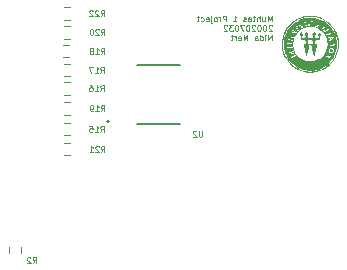
<source format=gbr>
%TF.GenerationSoftware,KiCad,Pcbnew,8.0.7*%
%TF.CreationDate,2024-12-14T18:23:45+03:00*%
%TF.ProjectId,pmod_esp32,706d6f64-5f65-4737-9033-322e6b696361,0.1*%
%TF.SameCoordinates,Original*%
%TF.FileFunction,Legend,Bot*%
%TF.FilePolarity,Positive*%
%FSLAX46Y46*%
G04 Gerber Fmt 4.6, Leading zero omitted, Abs format (unit mm)*
G04 Created by KiCad (PCBNEW 8.0.7) date 2024-12-14 18:23:45*
%MOMM*%
%LPD*%
G01*
G04 APERTURE LIST*
%ADD10C,0.100000*%
%ADD11C,0.120000*%
%ADD12C,0.127000*%
%ADD13C,0.200000*%
%ADD14C,0.000000*%
G04 APERTURE END LIST*
D10*
X216265163Y-37973665D02*
X216265163Y-37473665D01*
X216265163Y-37473665D02*
X216098496Y-37830808D01*
X216098496Y-37830808D02*
X215931830Y-37473665D01*
X215931830Y-37473665D02*
X215931830Y-37973665D01*
X215479448Y-37640332D02*
X215479448Y-37973665D01*
X215693734Y-37640332D02*
X215693734Y-37902236D01*
X215693734Y-37902236D02*
X215669924Y-37949856D01*
X215669924Y-37949856D02*
X215622305Y-37973665D01*
X215622305Y-37973665D02*
X215550877Y-37973665D01*
X215550877Y-37973665D02*
X215503258Y-37949856D01*
X215503258Y-37949856D02*
X215479448Y-37926046D01*
X215241353Y-37973665D02*
X215241353Y-37473665D01*
X215027067Y-37973665D02*
X215027067Y-37711760D01*
X215027067Y-37711760D02*
X215050877Y-37664141D01*
X215050877Y-37664141D02*
X215098496Y-37640332D01*
X215098496Y-37640332D02*
X215169924Y-37640332D01*
X215169924Y-37640332D02*
X215217543Y-37664141D01*
X215217543Y-37664141D02*
X215241353Y-37687951D01*
X214860400Y-37640332D02*
X214669924Y-37640332D01*
X214788972Y-37473665D02*
X214788972Y-37902236D01*
X214788972Y-37902236D02*
X214765162Y-37949856D01*
X214765162Y-37949856D02*
X214717543Y-37973665D01*
X214717543Y-37973665D02*
X214669924Y-37973665D01*
X214288972Y-37973665D02*
X214288972Y-37711760D01*
X214288972Y-37711760D02*
X214312782Y-37664141D01*
X214312782Y-37664141D02*
X214360401Y-37640332D01*
X214360401Y-37640332D02*
X214455639Y-37640332D01*
X214455639Y-37640332D02*
X214503258Y-37664141D01*
X214288972Y-37949856D02*
X214336591Y-37973665D01*
X214336591Y-37973665D02*
X214455639Y-37973665D01*
X214455639Y-37973665D02*
X214503258Y-37949856D01*
X214503258Y-37949856D02*
X214527067Y-37902236D01*
X214527067Y-37902236D02*
X214527067Y-37854617D01*
X214527067Y-37854617D02*
X214503258Y-37806998D01*
X214503258Y-37806998D02*
X214455639Y-37783189D01*
X214455639Y-37783189D02*
X214336591Y-37783189D01*
X214336591Y-37783189D02*
X214288972Y-37759379D01*
X214074686Y-37949856D02*
X214027067Y-37973665D01*
X214027067Y-37973665D02*
X213931829Y-37973665D01*
X213931829Y-37973665D02*
X213884210Y-37949856D01*
X213884210Y-37949856D02*
X213860401Y-37902236D01*
X213860401Y-37902236D02*
X213860401Y-37878427D01*
X213860401Y-37878427D02*
X213884210Y-37830808D01*
X213884210Y-37830808D02*
X213931829Y-37806998D01*
X213931829Y-37806998D02*
X214003258Y-37806998D01*
X214003258Y-37806998D02*
X214050877Y-37783189D01*
X214050877Y-37783189D02*
X214074686Y-37735570D01*
X214074686Y-37735570D02*
X214074686Y-37711760D01*
X214074686Y-37711760D02*
X214050877Y-37664141D01*
X214050877Y-37664141D02*
X214003258Y-37640332D01*
X214003258Y-37640332D02*
X213931829Y-37640332D01*
X213931829Y-37640332D02*
X213884210Y-37664141D01*
X213003258Y-37973665D02*
X213288972Y-37973665D01*
X213146115Y-37973665D02*
X213146115Y-37473665D01*
X213146115Y-37473665D02*
X213193734Y-37545094D01*
X213193734Y-37545094D02*
X213241353Y-37592713D01*
X213241353Y-37592713D02*
X213288972Y-37616522D01*
X212408021Y-37973665D02*
X212408021Y-37473665D01*
X212408021Y-37473665D02*
X212217545Y-37473665D01*
X212217545Y-37473665D02*
X212169926Y-37497475D01*
X212169926Y-37497475D02*
X212146116Y-37521284D01*
X212146116Y-37521284D02*
X212122307Y-37568903D01*
X212122307Y-37568903D02*
X212122307Y-37640332D01*
X212122307Y-37640332D02*
X212146116Y-37687951D01*
X212146116Y-37687951D02*
X212169926Y-37711760D01*
X212169926Y-37711760D02*
X212217545Y-37735570D01*
X212217545Y-37735570D02*
X212408021Y-37735570D01*
X211908021Y-37973665D02*
X211908021Y-37640332D01*
X211908021Y-37735570D02*
X211884211Y-37687951D01*
X211884211Y-37687951D02*
X211860402Y-37664141D01*
X211860402Y-37664141D02*
X211812783Y-37640332D01*
X211812783Y-37640332D02*
X211765164Y-37640332D01*
X211527068Y-37973665D02*
X211574687Y-37949856D01*
X211574687Y-37949856D02*
X211598497Y-37926046D01*
X211598497Y-37926046D02*
X211622306Y-37878427D01*
X211622306Y-37878427D02*
X211622306Y-37735570D01*
X211622306Y-37735570D02*
X211598497Y-37687951D01*
X211598497Y-37687951D02*
X211574687Y-37664141D01*
X211574687Y-37664141D02*
X211527068Y-37640332D01*
X211527068Y-37640332D02*
X211455640Y-37640332D01*
X211455640Y-37640332D02*
X211408021Y-37664141D01*
X211408021Y-37664141D02*
X211384211Y-37687951D01*
X211384211Y-37687951D02*
X211360402Y-37735570D01*
X211360402Y-37735570D02*
X211360402Y-37878427D01*
X211360402Y-37878427D02*
X211384211Y-37926046D01*
X211384211Y-37926046D02*
X211408021Y-37949856D01*
X211408021Y-37949856D02*
X211455640Y-37973665D01*
X211455640Y-37973665D02*
X211527068Y-37973665D01*
X211146116Y-37640332D02*
X211146116Y-38068903D01*
X211146116Y-38068903D02*
X211169925Y-38116522D01*
X211169925Y-38116522D02*
X211217544Y-38140332D01*
X211217544Y-38140332D02*
X211241354Y-38140332D01*
X211146116Y-37473665D02*
X211169925Y-37497475D01*
X211169925Y-37497475D02*
X211146116Y-37521284D01*
X211146116Y-37521284D02*
X211122306Y-37497475D01*
X211122306Y-37497475D02*
X211146116Y-37473665D01*
X211146116Y-37473665D02*
X211146116Y-37521284D01*
X210717545Y-37949856D02*
X210765164Y-37973665D01*
X210765164Y-37973665D02*
X210860402Y-37973665D01*
X210860402Y-37973665D02*
X210908021Y-37949856D01*
X210908021Y-37949856D02*
X210931830Y-37902236D01*
X210931830Y-37902236D02*
X210931830Y-37711760D01*
X210931830Y-37711760D02*
X210908021Y-37664141D01*
X210908021Y-37664141D02*
X210860402Y-37640332D01*
X210860402Y-37640332D02*
X210765164Y-37640332D01*
X210765164Y-37640332D02*
X210717545Y-37664141D01*
X210717545Y-37664141D02*
X210693735Y-37711760D01*
X210693735Y-37711760D02*
X210693735Y-37759379D01*
X210693735Y-37759379D02*
X210931830Y-37806998D01*
X210265164Y-37949856D02*
X210312783Y-37973665D01*
X210312783Y-37973665D02*
X210408021Y-37973665D01*
X210408021Y-37973665D02*
X210455640Y-37949856D01*
X210455640Y-37949856D02*
X210479450Y-37926046D01*
X210479450Y-37926046D02*
X210503259Y-37878427D01*
X210503259Y-37878427D02*
X210503259Y-37735570D01*
X210503259Y-37735570D02*
X210479450Y-37687951D01*
X210479450Y-37687951D02*
X210455640Y-37664141D01*
X210455640Y-37664141D02*
X210408021Y-37640332D01*
X210408021Y-37640332D02*
X210312783Y-37640332D01*
X210312783Y-37640332D02*
X210265164Y-37664141D01*
X210122307Y-37640332D02*
X209931831Y-37640332D01*
X210050879Y-37473665D02*
X210050879Y-37902236D01*
X210050879Y-37902236D02*
X210027069Y-37949856D01*
X210027069Y-37949856D02*
X209979450Y-37973665D01*
X209979450Y-37973665D02*
X209931831Y-37973665D01*
X216288972Y-38326256D02*
X216265163Y-38302447D01*
X216265163Y-38302447D02*
X216217544Y-38278637D01*
X216217544Y-38278637D02*
X216098496Y-38278637D01*
X216098496Y-38278637D02*
X216050877Y-38302447D01*
X216050877Y-38302447D02*
X216027068Y-38326256D01*
X216027068Y-38326256D02*
X216003258Y-38373875D01*
X216003258Y-38373875D02*
X216003258Y-38421494D01*
X216003258Y-38421494D02*
X216027068Y-38492923D01*
X216027068Y-38492923D02*
X216312782Y-38778637D01*
X216312782Y-38778637D02*
X216003258Y-38778637D01*
X215693735Y-38278637D02*
X215646116Y-38278637D01*
X215646116Y-38278637D02*
X215598497Y-38302447D01*
X215598497Y-38302447D02*
X215574687Y-38326256D01*
X215574687Y-38326256D02*
X215550878Y-38373875D01*
X215550878Y-38373875D02*
X215527068Y-38469113D01*
X215527068Y-38469113D02*
X215527068Y-38588161D01*
X215527068Y-38588161D02*
X215550878Y-38683399D01*
X215550878Y-38683399D02*
X215574687Y-38731018D01*
X215574687Y-38731018D02*
X215598497Y-38754828D01*
X215598497Y-38754828D02*
X215646116Y-38778637D01*
X215646116Y-38778637D02*
X215693735Y-38778637D01*
X215693735Y-38778637D02*
X215741354Y-38754828D01*
X215741354Y-38754828D02*
X215765163Y-38731018D01*
X215765163Y-38731018D02*
X215788973Y-38683399D01*
X215788973Y-38683399D02*
X215812782Y-38588161D01*
X215812782Y-38588161D02*
X215812782Y-38469113D01*
X215812782Y-38469113D02*
X215788973Y-38373875D01*
X215788973Y-38373875D02*
X215765163Y-38326256D01*
X215765163Y-38326256D02*
X215741354Y-38302447D01*
X215741354Y-38302447D02*
X215693735Y-38278637D01*
X215217545Y-38278637D02*
X215169926Y-38278637D01*
X215169926Y-38278637D02*
X215122307Y-38302447D01*
X215122307Y-38302447D02*
X215098497Y-38326256D01*
X215098497Y-38326256D02*
X215074688Y-38373875D01*
X215074688Y-38373875D02*
X215050878Y-38469113D01*
X215050878Y-38469113D02*
X215050878Y-38588161D01*
X215050878Y-38588161D02*
X215074688Y-38683399D01*
X215074688Y-38683399D02*
X215098497Y-38731018D01*
X215098497Y-38731018D02*
X215122307Y-38754828D01*
X215122307Y-38754828D02*
X215169926Y-38778637D01*
X215169926Y-38778637D02*
X215217545Y-38778637D01*
X215217545Y-38778637D02*
X215265164Y-38754828D01*
X215265164Y-38754828D02*
X215288973Y-38731018D01*
X215288973Y-38731018D02*
X215312783Y-38683399D01*
X215312783Y-38683399D02*
X215336592Y-38588161D01*
X215336592Y-38588161D02*
X215336592Y-38469113D01*
X215336592Y-38469113D02*
X215312783Y-38373875D01*
X215312783Y-38373875D02*
X215288973Y-38326256D01*
X215288973Y-38326256D02*
X215265164Y-38302447D01*
X215265164Y-38302447D02*
X215217545Y-38278637D01*
X214860402Y-38326256D02*
X214836593Y-38302447D01*
X214836593Y-38302447D02*
X214788974Y-38278637D01*
X214788974Y-38278637D02*
X214669926Y-38278637D01*
X214669926Y-38278637D02*
X214622307Y-38302447D01*
X214622307Y-38302447D02*
X214598498Y-38326256D01*
X214598498Y-38326256D02*
X214574688Y-38373875D01*
X214574688Y-38373875D02*
X214574688Y-38421494D01*
X214574688Y-38421494D02*
X214598498Y-38492923D01*
X214598498Y-38492923D02*
X214884212Y-38778637D01*
X214884212Y-38778637D02*
X214574688Y-38778637D01*
X214265165Y-38278637D02*
X214217546Y-38278637D01*
X214217546Y-38278637D02*
X214169927Y-38302447D01*
X214169927Y-38302447D02*
X214146117Y-38326256D01*
X214146117Y-38326256D02*
X214122308Y-38373875D01*
X214122308Y-38373875D02*
X214098498Y-38469113D01*
X214098498Y-38469113D02*
X214098498Y-38588161D01*
X214098498Y-38588161D02*
X214122308Y-38683399D01*
X214122308Y-38683399D02*
X214146117Y-38731018D01*
X214146117Y-38731018D02*
X214169927Y-38754828D01*
X214169927Y-38754828D02*
X214217546Y-38778637D01*
X214217546Y-38778637D02*
X214265165Y-38778637D01*
X214265165Y-38778637D02*
X214312784Y-38754828D01*
X214312784Y-38754828D02*
X214336593Y-38731018D01*
X214336593Y-38731018D02*
X214360403Y-38683399D01*
X214360403Y-38683399D02*
X214384212Y-38588161D01*
X214384212Y-38588161D02*
X214384212Y-38469113D01*
X214384212Y-38469113D02*
X214360403Y-38373875D01*
X214360403Y-38373875D02*
X214336593Y-38326256D01*
X214336593Y-38326256D02*
X214312784Y-38302447D01*
X214312784Y-38302447D02*
X214265165Y-38278637D01*
X213931832Y-38278637D02*
X213598499Y-38278637D01*
X213598499Y-38278637D02*
X213812784Y-38778637D01*
X213312785Y-38278637D02*
X213265166Y-38278637D01*
X213265166Y-38278637D02*
X213217547Y-38302447D01*
X213217547Y-38302447D02*
X213193737Y-38326256D01*
X213193737Y-38326256D02*
X213169928Y-38373875D01*
X213169928Y-38373875D02*
X213146118Y-38469113D01*
X213146118Y-38469113D02*
X213146118Y-38588161D01*
X213146118Y-38588161D02*
X213169928Y-38683399D01*
X213169928Y-38683399D02*
X213193737Y-38731018D01*
X213193737Y-38731018D02*
X213217547Y-38754828D01*
X213217547Y-38754828D02*
X213265166Y-38778637D01*
X213265166Y-38778637D02*
X213312785Y-38778637D01*
X213312785Y-38778637D02*
X213360404Y-38754828D01*
X213360404Y-38754828D02*
X213384213Y-38731018D01*
X213384213Y-38731018D02*
X213408023Y-38683399D01*
X213408023Y-38683399D02*
X213431832Y-38588161D01*
X213431832Y-38588161D02*
X213431832Y-38469113D01*
X213431832Y-38469113D02*
X213408023Y-38373875D01*
X213408023Y-38373875D02*
X213384213Y-38326256D01*
X213384213Y-38326256D02*
X213360404Y-38302447D01*
X213360404Y-38302447D02*
X213312785Y-38278637D01*
X212979452Y-38278637D02*
X212669928Y-38278637D01*
X212669928Y-38278637D02*
X212836595Y-38469113D01*
X212836595Y-38469113D02*
X212765166Y-38469113D01*
X212765166Y-38469113D02*
X212717547Y-38492923D01*
X212717547Y-38492923D02*
X212693738Y-38516732D01*
X212693738Y-38516732D02*
X212669928Y-38564351D01*
X212669928Y-38564351D02*
X212669928Y-38683399D01*
X212669928Y-38683399D02*
X212693738Y-38731018D01*
X212693738Y-38731018D02*
X212717547Y-38754828D01*
X212717547Y-38754828D02*
X212765166Y-38778637D01*
X212765166Y-38778637D02*
X212908023Y-38778637D01*
X212908023Y-38778637D02*
X212955642Y-38754828D01*
X212955642Y-38754828D02*
X212979452Y-38731018D01*
X212479452Y-38326256D02*
X212455643Y-38302447D01*
X212455643Y-38302447D02*
X212408024Y-38278637D01*
X212408024Y-38278637D02*
X212288976Y-38278637D01*
X212288976Y-38278637D02*
X212241357Y-38302447D01*
X212241357Y-38302447D02*
X212217548Y-38326256D01*
X212217548Y-38326256D02*
X212193738Y-38373875D01*
X212193738Y-38373875D02*
X212193738Y-38421494D01*
X212193738Y-38421494D02*
X212217548Y-38492923D01*
X212217548Y-38492923D02*
X212503262Y-38778637D01*
X212503262Y-38778637D02*
X212193738Y-38778637D01*
X216265163Y-39583609D02*
X216265163Y-39083609D01*
X216265163Y-39083609D02*
X215979449Y-39583609D01*
X215979449Y-39583609D02*
X215979449Y-39083609D01*
X215741353Y-39583609D02*
X215741353Y-39250276D01*
X215741353Y-39083609D02*
X215765162Y-39107419D01*
X215765162Y-39107419D02*
X215741353Y-39131228D01*
X215741353Y-39131228D02*
X215717543Y-39107419D01*
X215717543Y-39107419D02*
X215741353Y-39083609D01*
X215741353Y-39083609D02*
X215741353Y-39131228D01*
X215288972Y-39583609D02*
X215288972Y-39083609D01*
X215288972Y-39559800D02*
X215336591Y-39583609D01*
X215336591Y-39583609D02*
X215431829Y-39583609D01*
X215431829Y-39583609D02*
X215479448Y-39559800D01*
X215479448Y-39559800D02*
X215503258Y-39535990D01*
X215503258Y-39535990D02*
X215527067Y-39488371D01*
X215527067Y-39488371D02*
X215527067Y-39345514D01*
X215527067Y-39345514D02*
X215503258Y-39297895D01*
X215503258Y-39297895D02*
X215479448Y-39274085D01*
X215479448Y-39274085D02*
X215431829Y-39250276D01*
X215431829Y-39250276D02*
X215336591Y-39250276D01*
X215336591Y-39250276D02*
X215288972Y-39274085D01*
X214836591Y-39583609D02*
X214836591Y-39321704D01*
X214836591Y-39321704D02*
X214860401Y-39274085D01*
X214860401Y-39274085D02*
X214908020Y-39250276D01*
X214908020Y-39250276D02*
X215003258Y-39250276D01*
X215003258Y-39250276D02*
X215050877Y-39274085D01*
X214836591Y-39559800D02*
X214884210Y-39583609D01*
X214884210Y-39583609D02*
X215003258Y-39583609D01*
X215003258Y-39583609D02*
X215050877Y-39559800D01*
X215050877Y-39559800D02*
X215074686Y-39512180D01*
X215074686Y-39512180D02*
X215074686Y-39464561D01*
X215074686Y-39464561D02*
X215050877Y-39416942D01*
X215050877Y-39416942D02*
X215003258Y-39393133D01*
X215003258Y-39393133D02*
X214884210Y-39393133D01*
X214884210Y-39393133D02*
X214836591Y-39369323D01*
X214217544Y-39583609D02*
X214217544Y-39083609D01*
X214217544Y-39083609D02*
X214050877Y-39440752D01*
X214050877Y-39440752D02*
X213884211Y-39083609D01*
X213884211Y-39083609D02*
X213884211Y-39583609D01*
X213455639Y-39559800D02*
X213503258Y-39583609D01*
X213503258Y-39583609D02*
X213598496Y-39583609D01*
X213598496Y-39583609D02*
X213646115Y-39559800D01*
X213646115Y-39559800D02*
X213669924Y-39512180D01*
X213669924Y-39512180D02*
X213669924Y-39321704D01*
X213669924Y-39321704D02*
X213646115Y-39274085D01*
X213646115Y-39274085D02*
X213598496Y-39250276D01*
X213598496Y-39250276D02*
X213503258Y-39250276D01*
X213503258Y-39250276D02*
X213455639Y-39274085D01*
X213455639Y-39274085D02*
X213431829Y-39321704D01*
X213431829Y-39321704D02*
X213431829Y-39369323D01*
X213431829Y-39369323D02*
X213669924Y-39416942D01*
X213217544Y-39583609D02*
X213217544Y-39250276D01*
X213217544Y-39345514D02*
X213193734Y-39297895D01*
X213193734Y-39297895D02*
X213169925Y-39274085D01*
X213169925Y-39274085D02*
X213122306Y-39250276D01*
X213122306Y-39250276D02*
X213074687Y-39250276D01*
X212979448Y-39250276D02*
X212788972Y-39250276D01*
X212908020Y-39083609D02*
X212908020Y-39512180D01*
X212908020Y-39512180D02*
X212884210Y-39559800D01*
X212884210Y-39559800D02*
X212836591Y-39583609D01*
X212836591Y-39583609D02*
X212788972Y-39583609D01*
X201821428Y-49026109D02*
X201988094Y-48788014D01*
X202107142Y-49026109D02*
X202107142Y-48526109D01*
X202107142Y-48526109D02*
X201916666Y-48526109D01*
X201916666Y-48526109D02*
X201869047Y-48549919D01*
X201869047Y-48549919D02*
X201845237Y-48573728D01*
X201845237Y-48573728D02*
X201821428Y-48621347D01*
X201821428Y-48621347D02*
X201821428Y-48692776D01*
X201821428Y-48692776D02*
X201845237Y-48740395D01*
X201845237Y-48740395D02*
X201869047Y-48764204D01*
X201869047Y-48764204D02*
X201916666Y-48788014D01*
X201916666Y-48788014D02*
X202107142Y-48788014D01*
X201630951Y-48573728D02*
X201607142Y-48549919D01*
X201607142Y-48549919D02*
X201559523Y-48526109D01*
X201559523Y-48526109D02*
X201440475Y-48526109D01*
X201440475Y-48526109D02*
X201392856Y-48549919D01*
X201392856Y-48549919D02*
X201369047Y-48573728D01*
X201369047Y-48573728D02*
X201345237Y-48621347D01*
X201345237Y-48621347D02*
X201345237Y-48668966D01*
X201345237Y-48668966D02*
X201369047Y-48740395D01*
X201369047Y-48740395D02*
X201654761Y-49026109D01*
X201654761Y-49026109D02*
X201345237Y-49026109D01*
X200869047Y-49026109D02*
X201154761Y-49026109D01*
X201011904Y-49026109D02*
X201011904Y-48526109D01*
X201011904Y-48526109D02*
X201059523Y-48597538D01*
X201059523Y-48597538D02*
X201107142Y-48645157D01*
X201107142Y-48645157D02*
X201154761Y-48668966D01*
X201821428Y-39126109D02*
X201988094Y-38888014D01*
X202107142Y-39126109D02*
X202107142Y-38626109D01*
X202107142Y-38626109D02*
X201916666Y-38626109D01*
X201916666Y-38626109D02*
X201869047Y-38649919D01*
X201869047Y-38649919D02*
X201845237Y-38673728D01*
X201845237Y-38673728D02*
X201821428Y-38721347D01*
X201821428Y-38721347D02*
X201821428Y-38792776D01*
X201821428Y-38792776D02*
X201845237Y-38840395D01*
X201845237Y-38840395D02*
X201869047Y-38864204D01*
X201869047Y-38864204D02*
X201916666Y-38888014D01*
X201916666Y-38888014D02*
X202107142Y-38888014D01*
X201630951Y-38673728D02*
X201607142Y-38649919D01*
X201607142Y-38649919D02*
X201559523Y-38626109D01*
X201559523Y-38626109D02*
X201440475Y-38626109D01*
X201440475Y-38626109D02*
X201392856Y-38649919D01*
X201392856Y-38649919D02*
X201369047Y-38673728D01*
X201369047Y-38673728D02*
X201345237Y-38721347D01*
X201345237Y-38721347D02*
X201345237Y-38768966D01*
X201345237Y-38768966D02*
X201369047Y-38840395D01*
X201369047Y-38840395D02*
X201654761Y-39126109D01*
X201654761Y-39126109D02*
X201345237Y-39126109D01*
X201035714Y-38626109D02*
X200988095Y-38626109D01*
X200988095Y-38626109D02*
X200940476Y-38649919D01*
X200940476Y-38649919D02*
X200916666Y-38673728D01*
X200916666Y-38673728D02*
X200892857Y-38721347D01*
X200892857Y-38721347D02*
X200869047Y-38816585D01*
X200869047Y-38816585D02*
X200869047Y-38935633D01*
X200869047Y-38935633D02*
X200892857Y-39030871D01*
X200892857Y-39030871D02*
X200916666Y-39078490D01*
X200916666Y-39078490D02*
X200940476Y-39102300D01*
X200940476Y-39102300D02*
X200988095Y-39126109D01*
X200988095Y-39126109D02*
X201035714Y-39126109D01*
X201035714Y-39126109D02*
X201083333Y-39102300D01*
X201083333Y-39102300D02*
X201107142Y-39078490D01*
X201107142Y-39078490D02*
X201130952Y-39030871D01*
X201130952Y-39030871D02*
X201154761Y-38935633D01*
X201154761Y-38935633D02*
X201154761Y-38816585D01*
X201154761Y-38816585D02*
X201130952Y-38721347D01*
X201130952Y-38721347D02*
X201107142Y-38673728D01*
X201107142Y-38673728D02*
X201083333Y-38649919D01*
X201083333Y-38649919D02*
X201035714Y-38626109D01*
X201771428Y-42326109D02*
X201938094Y-42088014D01*
X202057142Y-42326109D02*
X202057142Y-41826109D01*
X202057142Y-41826109D02*
X201866666Y-41826109D01*
X201866666Y-41826109D02*
X201819047Y-41849919D01*
X201819047Y-41849919D02*
X201795237Y-41873728D01*
X201795237Y-41873728D02*
X201771428Y-41921347D01*
X201771428Y-41921347D02*
X201771428Y-41992776D01*
X201771428Y-41992776D02*
X201795237Y-42040395D01*
X201795237Y-42040395D02*
X201819047Y-42064204D01*
X201819047Y-42064204D02*
X201866666Y-42088014D01*
X201866666Y-42088014D02*
X202057142Y-42088014D01*
X201295237Y-42326109D02*
X201580951Y-42326109D01*
X201438094Y-42326109D02*
X201438094Y-41826109D01*
X201438094Y-41826109D02*
X201485713Y-41897538D01*
X201485713Y-41897538D02*
X201533332Y-41945157D01*
X201533332Y-41945157D02*
X201580951Y-41968966D01*
X201128571Y-41826109D02*
X200795238Y-41826109D01*
X200795238Y-41826109D02*
X201009523Y-42326109D01*
X196033333Y-58426109D02*
X196199999Y-58188014D01*
X196319047Y-58426109D02*
X196319047Y-57926109D01*
X196319047Y-57926109D02*
X196128571Y-57926109D01*
X196128571Y-57926109D02*
X196080952Y-57949919D01*
X196080952Y-57949919D02*
X196057142Y-57973728D01*
X196057142Y-57973728D02*
X196033333Y-58021347D01*
X196033333Y-58021347D02*
X196033333Y-58092776D01*
X196033333Y-58092776D02*
X196057142Y-58140395D01*
X196057142Y-58140395D02*
X196080952Y-58164204D01*
X196080952Y-58164204D02*
X196128571Y-58188014D01*
X196128571Y-58188014D02*
X196319047Y-58188014D01*
X195842856Y-57973728D02*
X195819047Y-57949919D01*
X195819047Y-57949919D02*
X195771428Y-57926109D01*
X195771428Y-57926109D02*
X195652380Y-57926109D01*
X195652380Y-57926109D02*
X195604761Y-57949919D01*
X195604761Y-57949919D02*
X195580952Y-57973728D01*
X195580952Y-57973728D02*
X195557142Y-58021347D01*
X195557142Y-58021347D02*
X195557142Y-58068966D01*
X195557142Y-58068966D02*
X195580952Y-58140395D01*
X195580952Y-58140395D02*
X195866666Y-58426109D01*
X195866666Y-58426109D02*
X195557142Y-58426109D01*
X210380952Y-47226109D02*
X210380952Y-47630871D01*
X210380952Y-47630871D02*
X210357142Y-47678490D01*
X210357142Y-47678490D02*
X210333333Y-47702300D01*
X210333333Y-47702300D02*
X210285714Y-47726109D01*
X210285714Y-47726109D02*
X210190476Y-47726109D01*
X210190476Y-47726109D02*
X210142857Y-47702300D01*
X210142857Y-47702300D02*
X210119047Y-47678490D01*
X210119047Y-47678490D02*
X210095238Y-47630871D01*
X210095238Y-47630871D02*
X210095238Y-47226109D01*
X209880951Y-47273728D02*
X209857142Y-47249919D01*
X209857142Y-47249919D02*
X209809523Y-47226109D01*
X209809523Y-47226109D02*
X209690475Y-47226109D01*
X209690475Y-47226109D02*
X209642856Y-47249919D01*
X209642856Y-47249919D02*
X209619047Y-47273728D01*
X209619047Y-47273728D02*
X209595237Y-47321347D01*
X209595237Y-47321347D02*
X209595237Y-47368966D01*
X209595237Y-47368966D02*
X209619047Y-47440395D01*
X209619047Y-47440395D02*
X209904761Y-47726109D01*
X209904761Y-47726109D02*
X209595237Y-47726109D01*
X201783928Y-37526109D02*
X201950594Y-37288014D01*
X202069642Y-37526109D02*
X202069642Y-37026109D01*
X202069642Y-37026109D02*
X201879166Y-37026109D01*
X201879166Y-37026109D02*
X201831547Y-37049919D01*
X201831547Y-37049919D02*
X201807737Y-37073728D01*
X201807737Y-37073728D02*
X201783928Y-37121347D01*
X201783928Y-37121347D02*
X201783928Y-37192776D01*
X201783928Y-37192776D02*
X201807737Y-37240395D01*
X201807737Y-37240395D02*
X201831547Y-37264204D01*
X201831547Y-37264204D02*
X201879166Y-37288014D01*
X201879166Y-37288014D02*
X202069642Y-37288014D01*
X201593451Y-37073728D02*
X201569642Y-37049919D01*
X201569642Y-37049919D02*
X201522023Y-37026109D01*
X201522023Y-37026109D02*
X201402975Y-37026109D01*
X201402975Y-37026109D02*
X201355356Y-37049919D01*
X201355356Y-37049919D02*
X201331547Y-37073728D01*
X201331547Y-37073728D02*
X201307737Y-37121347D01*
X201307737Y-37121347D02*
X201307737Y-37168966D01*
X201307737Y-37168966D02*
X201331547Y-37240395D01*
X201331547Y-37240395D02*
X201617261Y-37526109D01*
X201617261Y-37526109D02*
X201307737Y-37526109D01*
X201117261Y-37073728D02*
X201093452Y-37049919D01*
X201093452Y-37049919D02*
X201045833Y-37026109D01*
X201045833Y-37026109D02*
X200926785Y-37026109D01*
X200926785Y-37026109D02*
X200879166Y-37049919D01*
X200879166Y-37049919D02*
X200855357Y-37073728D01*
X200855357Y-37073728D02*
X200831547Y-37121347D01*
X200831547Y-37121347D02*
X200831547Y-37168966D01*
X200831547Y-37168966D02*
X200855357Y-37240395D01*
X200855357Y-37240395D02*
X201141071Y-37526109D01*
X201141071Y-37526109D02*
X200831547Y-37526109D01*
X201821428Y-40726109D02*
X201988094Y-40488014D01*
X202107142Y-40726109D02*
X202107142Y-40226109D01*
X202107142Y-40226109D02*
X201916666Y-40226109D01*
X201916666Y-40226109D02*
X201869047Y-40249919D01*
X201869047Y-40249919D02*
X201845237Y-40273728D01*
X201845237Y-40273728D02*
X201821428Y-40321347D01*
X201821428Y-40321347D02*
X201821428Y-40392776D01*
X201821428Y-40392776D02*
X201845237Y-40440395D01*
X201845237Y-40440395D02*
X201869047Y-40464204D01*
X201869047Y-40464204D02*
X201916666Y-40488014D01*
X201916666Y-40488014D02*
X202107142Y-40488014D01*
X201345237Y-40726109D02*
X201630951Y-40726109D01*
X201488094Y-40726109D02*
X201488094Y-40226109D01*
X201488094Y-40226109D02*
X201535713Y-40297538D01*
X201535713Y-40297538D02*
X201583332Y-40345157D01*
X201583332Y-40345157D02*
X201630951Y-40368966D01*
X201059523Y-40440395D02*
X201107142Y-40416585D01*
X201107142Y-40416585D02*
X201130952Y-40392776D01*
X201130952Y-40392776D02*
X201154761Y-40345157D01*
X201154761Y-40345157D02*
X201154761Y-40321347D01*
X201154761Y-40321347D02*
X201130952Y-40273728D01*
X201130952Y-40273728D02*
X201107142Y-40249919D01*
X201107142Y-40249919D02*
X201059523Y-40226109D01*
X201059523Y-40226109D02*
X200964285Y-40226109D01*
X200964285Y-40226109D02*
X200916666Y-40249919D01*
X200916666Y-40249919D02*
X200892857Y-40273728D01*
X200892857Y-40273728D02*
X200869047Y-40321347D01*
X200869047Y-40321347D02*
X200869047Y-40345157D01*
X200869047Y-40345157D02*
X200892857Y-40392776D01*
X200892857Y-40392776D02*
X200916666Y-40416585D01*
X200916666Y-40416585D02*
X200964285Y-40440395D01*
X200964285Y-40440395D02*
X201059523Y-40440395D01*
X201059523Y-40440395D02*
X201107142Y-40464204D01*
X201107142Y-40464204D02*
X201130952Y-40488014D01*
X201130952Y-40488014D02*
X201154761Y-40535633D01*
X201154761Y-40535633D02*
X201154761Y-40630871D01*
X201154761Y-40630871D02*
X201130952Y-40678490D01*
X201130952Y-40678490D02*
X201107142Y-40702300D01*
X201107142Y-40702300D02*
X201059523Y-40726109D01*
X201059523Y-40726109D02*
X200964285Y-40726109D01*
X200964285Y-40726109D02*
X200916666Y-40702300D01*
X200916666Y-40702300D02*
X200892857Y-40678490D01*
X200892857Y-40678490D02*
X200869047Y-40630871D01*
X200869047Y-40630871D02*
X200869047Y-40535633D01*
X200869047Y-40535633D02*
X200892857Y-40488014D01*
X200892857Y-40488014D02*
X200916666Y-40464204D01*
X200916666Y-40464204D02*
X200964285Y-40440395D01*
X201821428Y-45576109D02*
X201988094Y-45338014D01*
X202107142Y-45576109D02*
X202107142Y-45076109D01*
X202107142Y-45076109D02*
X201916666Y-45076109D01*
X201916666Y-45076109D02*
X201869047Y-45099919D01*
X201869047Y-45099919D02*
X201845237Y-45123728D01*
X201845237Y-45123728D02*
X201821428Y-45171347D01*
X201821428Y-45171347D02*
X201821428Y-45242776D01*
X201821428Y-45242776D02*
X201845237Y-45290395D01*
X201845237Y-45290395D02*
X201869047Y-45314204D01*
X201869047Y-45314204D02*
X201916666Y-45338014D01*
X201916666Y-45338014D02*
X202107142Y-45338014D01*
X201345237Y-45576109D02*
X201630951Y-45576109D01*
X201488094Y-45576109D02*
X201488094Y-45076109D01*
X201488094Y-45076109D02*
X201535713Y-45147538D01*
X201535713Y-45147538D02*
X201583332Y-45195157D01*
X201583332Y-45195157D02*
X201630951Y-45218966D01*
X201107142Y-45576109D02*
X201011904Y-45576109D01*
X201011904Y-45576109D02*
X200964285Y-45552300D01*
X200964285Y-45552300D02*
X200940476Y-45528490D01*
X200940476Y-45528490D02*
X200892857Y-45457061D01*
X200892857Y-45457061D02*
X200869047Y-45361823D01*
X200869047Y-45361823D02*
X200869047Y-45171347D01*
X200869047Y-45171347D02*
X200892857Y-45123728D01*
X200892857Y-45123728D02*
X200916666Y-45099919D01*
X200916666Y-45099919D02*
X200964285Y-45076109D01*
X200964285Y-45076109D02*
X201059523Y-45076109D01*
X201059523Y-45076109D02*
X201107142Y-45099919D01*
X201107142Y-45099919D02*
X201130952Y-45123728D01*
X201130952Y-45123728D02*
X201154761Y-45171347D01*
X201154761Y-45171347D02*
X201154761Y-45290395D01*
X201154761Y-45290395D02*
X201130952Y-45338014D01*
X201130952Y-45338014D02*
X201107142Y-45361823D01*
X201107142Y-45361823D02*
X201059523Y-45385633D01*
X201059523Y-45385633D02*
X200964285Y-45385633D01*
X200964285Y-45385633D02*
X200916666Y-45361823D01*
X200916666Y-45361823D02*
X200892857Y-45338014D01*
X200892857Y-45338014D02*
X200869047Y-45290395D01*
X201771428Y-43876109D02*
X201938094Y-43638014D01*
X202057142Y-43876109D02*
X202057142Y-43376109D01*
X202057142Y-43376109D02*
X201866666Y-43376109D01*
X201866666Y-43376109D02*
X201819047Y-43399919D01*
X201819047Y-43399919D02*
X201795237Y-43423728D01*
X201795237Y-43423728D02*
X201771428Y-43471347D01*
X201771428Y-43471347D02*
X201771428Y-43542776D01*
X201771428Y-43542776D02*
X201795237Y-43590395D01*
X201795237Y-43590395D02*
X201819047Y-43614204D01*
X201819047Y-43614204D02*
X201866666Y-43638014D01*
X201866666Y-43638014D02*
X202057142Y-43638014D01*
X201295237Y-43876109D02*
X201580951Y-43876109D01*
X201438094Y-43876109D02*
X201438094Y-43376109D01*
X201438094Y-43376109D02*
X201485713Y-43447538D01*
X201485713Y-43447538D02*
X201533332Y-43495157D01*
X201533332Y-43495157D02*
X201580951Y-43518966D01*
X200866666Y-43376109D02*
X200961904Y-43376109D01*
X200961904Y-43376109D02*
X201009523Y-43399919D01*
X201009523Y-43399919D02*
X201033333Y-43423728D01*
X201033333Y-43423728D02*
X201080952Y-43495157D01*
X201080952Y-43495157D02*
X201104761Y-43590395D01*
X201104761Y-43590395D02*
X201104761Y-43780871D01*
X201104761Y-43780871D02*
X201080952Y-43828490D01*
X201080952Y-43828490D02*
X201057142Y-43852300D01*
X201057142Y-43852300D02*
X201009523Y-43876109D01*
X201009523Y-43876109D02*
X200914285Y-43876109D01*
X200914285Y-43876109D02*
X200866666Y-43852300D01*
X200866666Y-43852300D02*
X200842857Y-43828490D01*
X200842857Y-43828490D02*
X200819047Y-43780871D01*
X200819047Y-43780871D02*
X200819047Y-43661823D01*
X200819047Y-43661823D02*
X200842857Y-43614204D01*
X200842857Y-43614204D02*
X200866666Y-43590395D01*
X200866666Y-43590395D02*
X200914285Y-43566585D01*
X200914285Y-43566585D02*
X201009523Y-43566585D01*
X201009523Y-43566585D02*
X201057142Y-43590395D01*
X201057142Y-43590395D02*
X201080952Y-43614204D01*
X201080952Y-43614204D02*
X201104761Y-43661823D01*
X201771428Y-47326109D02*
X201938094Y-47088014D01*
X202057142Y-47326109D02*
X202057142Y-46826109D01*
X202057142Y-46826109D02*
X201866666Y-46826109D01*
X201866666Y-46826109D02*
X201819047Y-46849919D01*
X201819047Y-46849919D02*
X201795237Y-46873728D01*
X201795237Y-46873728D02*
X201771428Y-46921347D01*
X201771428Y-46921347D02*
X201771428Y-46992776D01*
X201771428Y-46992776D02*
X201795237Y-47040395D01*
X201795237Y-47040395D02*
X201819047Y-47064204D01*
X201819047Y-47064204D02*
X201866666Y-47088014D01*
X201866666Y-47088014D02*
X202057142Y-47088014D01*
X201295237Y-47326109D02*
X201580951Y-47326109D01*
X201438094Y-47326109D02*
X201438094Y-46826109D01*
X201438094Y-46826109D02*
X201485713Y-46897538D01*
X201485713Y-46897538D02*
X201533332Y-46945157D01*
X201533332Y-46945157D02*
X201580951Y-46968966D01*
X200842857Y-46826109D02*
X201080952Y-46826109D01*
X201080952Y-46826109D02*
X201104761Y-47064204D01*
X201104761Y-47064204D02*
X201080952Y-47040395D01*
X201080952Y-47040395D02*
X201033333Y-47016585D01*
X201033333Y-47016585D02*
X200914285Y-47016585D01*
X200914285Y-47016585D02*
X200866666Y-47040395D01*
X200866666Y-47040395D02*
X200842857Y-47064204D01*
X200842857Y-47064204D02*
X200819047Y-47111823D01*
X200819047Y-47111823D02*
X200819047Y-47230871D01*
X200819047Y-47230871D02*
X200842857Y-47278490D01*
X200842857Y-47278490D02*
X200866666Y-47302300D01*
X200866666Y-47302300D02*
X200914285Y-47326109D01*
X200914285Y-47326109D02*
X201033333Y-47326109D01*
X201033333Y-47326109D02*
X201080952Y-47302300D01*
X201080952Y-47302300D02*
X201104761Y-47278490D01*
D11*
%TO.C,R21*%
X199154724Y-48277500D02*
X198645276Y-48277500D01*
X199154724Y-49322500D02*
X198645276Y-49322500D01*
%TO.C,R20*%
X199154724Y-38377500D02*
X198645276Y-38377500D01*
X199154724Y-39422500D02*
X198645276Y-39422500D01*
%TO.C,R17*%
X199154724Y-41577500D02*
X198645276Y-41577500D01*
X199154724Y-42622500D02*
X198645276Y-42622500D01*
%TO.C,R2*%
X194027500Y-57554724D02*
X194027500Y-57045276D01*
X195072500Y-57554724D02*
X195072500Y-57045276D01*
D12*
%TO.C,U2*%
X208500000Y-41650000D02*
X204900000Y-41650000D01*
X208500000Y-46650000D02*
X204900000Y-46650000D01*
D13*
X202510000Y-46425000D02*
G75*
G02*
X202310000Y-46425000I-100000J0D01*
G01*
X202310000Y-46425000D02*
G75*
G02*
X202510000Y-46425000I100000J0D01*
G01*
D11*
%TO.C,R22*%
X199167224Y-36777500D02*
X198657776Y-36777500D01*
X199167224Y-37822500D02*
X198657776Y-37822500D01*
%TO.C,R18*%
X199142224Y-39977500D02*
X198632776Y-39977500D01*
X199142224Y-41022500D02*
X198632776Y-41022500D01*
D14*
%TO.C,G\u002A\u002A\u002A*%
G36*
X218073719Y-38761241D02*
G01*
X218105595Y-38784156D01*
X218109445Y-38787193D01*
X218136673Y-38811615D01*
X218140267Y-38829276D01*
X218123287Y-38851893D01*
X218105371Y-38868967D01*
X218070353Y-38882019D01*
X218036667Y-38863333D01*
X218028189Y-38853659D01*
X218018120Y-38818993D01*
X218038059Y-38777115D01*
X218039330Y-38775386D01*
X218055527Y-38758724D01*
X218073719Y-38761241D01*
G37*
G36*
X221363227Y-39350543D02*
G01*
X221401655Y-39353345D01*
X221416667Y-39357732D01*
X221414020Y-39361764D01*
X221391945Y-39380704D01*
X221354784Y-39407515D01*
X221327990Y-39424721D01*
X221294924Y-39437538D01*
X221274573Y-39425678D01*
X221259084Y-39387500D01*
X221255009Y-39370833D01*
X221259535Y-39356774D01*
X221282846Y-39351072D01*
X221332211Y-39350000D01*
X221363227Y-39350543D01*
G37*
G36*
X221358822Y-40296621D02*
G01*
X221412663Y-40327798D01*
X221451648Y-40372630D01*
X221466667Y-40422220D01*
X221455782Y-40467889D01*
X221422640Y-40517414D01*
X221377384Y-40549729D01*
X221351544Y-40556778D01*
X221291111Y-40552756D01*
X221237083Y-40524972D01*
X221198233Y-40479231D01*
X221183334Y-40421337D01*
X221189413Y-40378535D01*
X221219401Y-40325813D01*
X221268589Y-40294035D01*
X221330392Y-40289121D01*
X221358822Y-40296621D01*
G37*
G36*
X221958841Y-39933979D02*
G01*
X221953391Y-40097080D01*
X221940221Y-40248618D01*
X221919418Y-40378140D01*
X221907204Y-40432419D01*
X221825846Y-40706724D01*
X221715565Y-40966034D01*
X221577634Y-41208575D01*
X221413326Y-41432568D01*
X221223913Y-41636239D01*
X221010667Y-41817811D01*
X220774862Y-41975508D01*
X220742790Y-41993991D01*
X220532203Y-42099025D01*
X220305123Y-42187364D01*
X220072830Y-42255083D01*
X219846605Y-42298261D01*
X219842045Y-42298852D01*
X219775688Y-42304468D01*
X219687912Y-42308159D01*
X219589607Y-42309612D01*
X219491667Y-42308511D01*
X219335806Y-42299974D01*
X219058050Y-42260990D01*
X218793650Y-42191657D01*
X218541925Y-42091682D01*
X218302195Y-41960773D01*
X218073778Y-41798636D01*
X217855996Y-41604979D01*
X217785385Y-41532840D01*
X217610465Y-41326208D01*
X217463287Y-41105879D01*
X217342252Y-40868874D01*
X217245759Y-40612218D01*
X217172207Y-40332934D01*
X217161720Y-40277538D01*
X217152405Y-40205557D01*
X217146503Y-40122095D01*
X217143534Y-40019886D01*
X217143211Y-39940011D01*
X217235977Y-39940011D01*
X217239325Y-40074584D01*
X217248938Y-40189998D01*
X217263672Y-40289414D01*
X217326033Y-40557785D01*
X217419414Y-40816957D01*
X217542366Y-41063331D01*
X217693440Y-41293310D01*
X217704023Y-41307247D01*
X217784951Y-41403694D01*
X217883727Y-41508321D01*
X217991578Y-41612586D01*
X218099728Y-41707948D01*
X218199405Y-41785866D01*
X218274397Y-41837053D01*
X218489207Y-41960191D01*
X218721121Y-42062921D01*
X218961073Y-42141559D01*
X219200000Y-42192423D01*
X219277029Y-42202510D01*
X219508583Y-42216013D01*
X219747684Y-42207335D01*
X219982908Y-42177229D01*
X220202832Y-42126445D01*
X220430615Y-42047291D01*
X220677266Y-41929922D01*
X220905360Y-41786044D01*
X221113466Y-41617157D01*
X221300154Y-41424758D01*
X221463991Y-41210345D01*
X221603549Y-40975415D01*
X221717396Y-40721468D01*
X221804101Y-40450000D01*
X221814738Y-40408074D01*
X221831864Y-40332369D01*
X221844012Y-40261258D01*
X221852361Y-40185261D01*
X221858087Y-40094894D01*
X221862368Y-39980678D01*
X221863934Y-39805442D01*
X221855684Y-39643040D01*
X221835931Y-39492387D01*
X221803284Y-39343032D01*
X221756351Y-39184525D01*
X221660965Y-38939490D01*
X221533165Y-38696911D01*
X221379629Y-38473551D01*
X221202121Y-38270989D01*
X221002402Y-38090805D01*
X220782235Y-37934577D01*
X220543382Y-37803885D01*
X220287605Y-37700308D01*
X220016667Y-37625427D01*
X219955639Y-37614608D01*
X219846325Y-37601819D01*
X219720481Y-37592621D01*
X219587940Y-37587355D01*
X219458537Y-37586365D01*
X219342105Y-37589996D01*
X219248479Y-37598590D01*
X219081652Y-37628089D01*
X218814234Y-37701123D01*
X218561395Y-37802605D01*
X218324894Y-37930893D01*
X218106488Y-38084347D01*
X217907935Y-38261326D01*
X217730991Y-38460190D01*
X217577414Y-38679296D01*
X217448963Y-38917005D01*
X217347393Y-39171675D01*
X217274463Y-39441666D01*
X217259835Y-39529393D01*
X217246600Y-39656608D01*
X217238525Y-39797083D01*
X217235977Y-39940011D01*
X217143211Y-39940011D01*
X217143015Y-39891666D01*
X217143978Y-39779774D01*
X217146488Y-39688040D01*
X217151281Y-39613338D01*
X217159111Y-39547358D01*
X217170734Y-39481793D01*
X217186903Y-39408333D01*
X217214840Y-39296917D01*
X217295816Y-39043051D01*
X217397017Y-38811244D01*
X217521142Y-38596564D01*
X217670890Y-38394080D01*
X217848961Y-38198859D01*
X217937043Y-38114175D01*
X218135602Y-37948617D01*
X218343727Y-37810602D01*
X218567865Y-37696140D01*
X218814464Y-37601238D01*
X218863072Y-37585514D01*
X218993076Y-37548828D01*
X219119249Y-37522612D01*
X219250779Y-37505552D01*
X219396856Y-37496332D01*
X219566667Y-37493640D01*
X219620209Y-37493938D01*
X219775663Y-37498906D01*
X219911979Y-37511245D01*
X220039685Y-37532582D01*
X220169309Y-37564546D01*
X220311380Y-37608763D01*
X220401753Y-37641064D01*
X220656592Y-37755175D01*
X220894148Y-37896385D01*
X221112682Y-38062688D01*
X221310456Y-38252075D01*
X221485732Y-38462538D01*
X221636771Y-38692070D01*
X221761836Y-38938662D01*
X221859187Y-39200308D01*
X221927088Y-39475000D01*
X221927980Y-39479815D01*
X221946224Y-39614894D01*
X221956481Y-39769766D01*
X221956994Y-39805442D01*
X221958841Y-39933979D01*
G37*
G36*
X219407400Y-39885956D02*
G01*
X219451279Y-39900000D01*
X219469518Y-39904267D01*
X219483334Y-39923856D01*
X219483291Y-39924883D01*
X219478740Y-39951142D01*
X219467519Y-40003607D01*
X219450818Y-40077391D01*
X219429821Y-40167604D01*
X219405717Y-40269357D01*
X219379691Y-40377761D01*
X219352931Y-40487927D01*
X219326624Y-40594966D01*
X219301956Y-40693988D01*
X219280115Y-40780106D01*
X219262287Y-40848429D01*
X219249660Y-40894069D01*
X219243419Y-40912137D01*
X219242101Y-40913331D01*
X219225365Y-40914253D01*
X219223808Y-40910567D01*
X219214905Y-40880563D01*
X219199516Y-40823874D01*
X219178682Y-40744497D01*
X219153447Y-40646430D01*
X219124852Y-40533672D01*
X219093941Y-40410219D01*
X219082947Y-40365986D01*
X219050302Y-40233516D01*
X219025199Y-40129062D01*
X219007008Y-40049330D01*
X218995102Y-39991024D01*
X218988852Y-39950849D01*
X218987627Y-39925511D01*
X218990801Y-39911714D01*
X218997743Y-39906163D01*
X219040831Y-39889803D01*
X219062390Y-39875000D01*
X219216667Y-39875000D01*
X219218548Y-39886500D01*
X219233334Y-39900000D01*
X219241001Y-39897179D01*
X219250000Y-39875000D01*
X219248120Y-39863499D01*
X219233334Y-39850000D01*
X219225667Y-39852820D01*
X219216667Y-39875000D01*
X219062390Y-39875000D01*
X219105667Y-39845285D01*
X219146794Y-39787886D01*
X219162190Y-39723323D01*
X219149831Y-39657312D01*
X219107692Y-39595570D01*
X219092501Y-39581732D01*
X219054118Y-39558089D01*
X219003897Y-39543238D01*
X218934750Y-39535535D01*
X218839584Y-39533333D01*
X218716667Y-39533333D01*
X218716667Y-39367825D01*
X218716660Y-39352823D01*
X218716030Y-39282295D01*
X218713429Y-39237739D01*
X218707524Y-39212864D01*
X218696983Y-39201378D01*
X218680473Y-39196992D01*
X218658835Y-39191357D01*
X218638386Y-39174652D01*
X218643887Y-39157730D01*
X218676195Y-39150000D01*
X218702509Y-39149098D01*
X218711231Y-39141382D01*
X218694250Y-39119520D01*
X218686820Y-39110887D01*
X218669240Y-39077230D01*
X218676048Y-39042417D01*
X218708334Y-38996960D01*
X218714149Y-38989716D01*
X218739646Y-38948088D01*
X218750000Y-38913355D01*
X218750740Y-38897169D01*
X218759418Y-38888401D01*
X218785342Y-38902733D01*
X218794748Y-38910131D01*
X218827381Y-38946072D01*
X218858771Y-38992266D01*
X218896858Y-39058333D01*
X218844263Y-39103718D01*
X218791667Y-39149103D01*
X218845834Y-39149551D01*
X218885967Y-39155665D01*
X218900000Y-39175000D01*
X218889696Y-39192546D01*
X218850000Y-39200000D01*
X218828452Y-39200976D01*
X218805435Y-39211800D01*
X218800000Y-39241403D01*
X218800717Y-39249497D01*
X218816295Y-39291233D01*
X218845834Y-39334099D01*
X218868642Y-39355936D01*
X218932085Y-39389625D01*
X218999685Y-39395929D01*
X219063884Y-39376503D01*
X219117123Y-39333002D01*
X219151845Y-39267082D01*
X219156847Y-39249932D01*
X219163752Y-39211985D01*
X219155150Y-39184827D01*
X219127753Y-39152872D01*
X219101110Y-39117502D01*
X219080825Y-39055504D01*
X219087143Y-38994861D01*
X219117097Y-38942709D01*
X219167719Y-38906184D01*
X219236042Y-38892424D01*
X219278967Y-38898251D01*
X219333476Y-38927677D01*
X219369550Y-38975354D01*
X219384289Y-39033859D01*
X219374792Y-39095770D01*
X219338156Y-39153665D01*
X219320361Y-39172753D01*
X219303596Y-39198525D01*
X219303442Y-39226506D01*
X219317322Y-39271243D01*
X219334659Y-39309055D01*
X219382631Y-39360341D01*
X219453697Y-39390243D01*
X219550000Y-39399948D01*
X219603398Y-39397317D01*
X219686777Y-39376998D01*
X219745777Y-39335773D01*
X219782189Y-39272664D01*
X219790339Y-39248327D01*
X219797317Y-39213075D01*
X219788551Y-39185727D01*
X219761356Y-39150551D01*
X219757729Y-39146121D01*
X219724291Y-39082296D01*
X219719452Y-39017589D01*
X219740746Y-38959112D01*
X219785710Y-38913976D01*
X219851879Y-38889294D01*
X219890540Y-38886506D01*
X219926477Y-38897660D01*
X219967712Y-38929412D01*
X219999503Y-38964654D01*
X220024319Y-39025322D01*
X220016383Y-39087958D01*
X219975581Y-39149393D01*
X219962338Y-39163455D01*
X219940437Y-39193202D01*
X219936954Y-39222407D01*
X219948156Y-39267082D01*
X219959516Y-39296401D01*
X220002655Y-39353433D01*
X220061249Y-39387374D01*
X220127737Y-39396568D01*
X220194563Y-39379362D01*
X220254167Y-39334099D01*
X220262239Y-39324419D01*
X220289142Y-39280239D01*
X220300000Y-39241403D01*
X220298822Y-39223559D01*
X220285750Y-39204500D01*
X220250000Y-39200000D01*
X220214908Y-39194847D01*
X220200000Y-39175000D01*
X220212393Y-39156417D01*
X220254167Y-39149217D01*
X220308334Y-39148434D01*
X220255859Y-39106719D01*
X220243784Y-39097008D01*
X220217995Y-39071806D01*
X220213705Y-39049807D01*
X220226707Y-39018253D01*
X220227914Y-39015882D01*
X220256961Y-38970013D01*
X220293223Y-38924896D01*
X220336417Y-38878288D01*
X220366473Y-38945421D01*
X220374629Y-38962678D01*
X220397197Y-39002612D01*
X220414932Y-39023927D01*
X220429822Y-39042392D01*
X220429368Y-39079191D01*
X220405751Y-39119520D01*
X220391170Y-39136868D01*
X220391936Y-39148010D01*
X220421894Y-39150000D01*
X220425133Y-39150024D01*
X220454147Y-39156053D01*
X220456028Y-39175000D01*
X220445938Y-39188399D01*
X220414884Y-39200000D01*
X220400970Y-39202451D01*
X220391523Y-39214121D01*
X220386204Y-39241040D01*
X220383859Y-39289234D01*
X220383334Y-39364728D01*
X220383334Y-39529456D01*
X220216387Y-39536161D01*
X220191422Y-39537185D01*
X220122900Y-39540866D01*
X220077227Y-39546402D01*
X220046268Y-39556018D01*
X220021882Y-39571934D01*
X219995933Y-39596375D01*
X219973558Y-39620746D01*
X219948981Y-39663851D01*
X219942425Y-39715893D01*
X219942696Y-39726350D01*
X219960625Y-39798812D01*
X220002797Y-39856251D01*
X220048822Y-39882403D01*
X220063857Y-39890946D01*
X220067570Y-39892124D01*
X220102368Y-39909837D01*
X220116667Y-39929766D01*
X220114827Y-39940786D01*
X220106411Y-39980665D01*
X220092239Y-40044447D01*
X220073478Y-40127127D01*
X220051298Y-40223700D01*
X220026869Y-40329162D01*
X220001358Y-40438507D01*
X219975935Y-40546729D01*
X219951768Y-40648825D01*
X219930028Y-40739788D01*
X219911881Y-40814614D01*
X219898499Y-40868297D01*
X219891048Y-40895833D01*
X219876734Y-40915084D01*
X219856985Y-40909556D01*
X219841843Y-40879166D01*
X219841739Y-40878721D01*
X219835295Y-40851824D01*
X219822152Y-40797330D01*
X219803422Y-40719845D01*
X219780220Y-40623978D01*
X219753661Y-40514334D01*
X219724859Y-40395523D01*
X219723024Y-40387951D01*
X219694775Y-40270488D01*
X219669375Y-40163210D01*
X219647845Y-40070553D01*
X219631204Y-39996956D01*
X219620471Y-39946856D01*
X219616667Y-39924690D01*
X219622409Y-39910632D01*
X219648722Y-39900000D01*
X219687924Y-39888524D01*
X219706144Y-39875000D01*
X219850000Y-39875000D01*
X219850484Y-39881641D01*
X219864243Y-39899480D01*
X219888436Y-39889341D01*
X219892659Y-39882403D01*
X219887447Y-39861027D01*
X219865684Y-39850000D01*
X219858478Y-39852812D01*
X219850000Y-39875000D01*
X219706144Y-39875000D01*
X219733586Y-39854630D01*
X219771847Y-39807893D01*
X219792819Y-39758053D01*
X219795282Y-39714969D01*
X219777937Y-39646902D01*
X219738819Y-39590274D01*
X219683334Y-39555107D01*
X219597974Y-39538176D01*
X219502563Y-39538127D01*
X219416667Y-39555107D01*
X219380997Y-39573579D01*
X219334908Y-39623095D01*
X219308501Y-39687926D01*
X219307182Y-39758053D01*
X219325077Y-39802822D01*
X219362036Y-39850317D01*
X219393454Y-39875000D01*
X219407400Y-39885956D01*
G37*
G36*
X220622501Y-37925985D02*
G01*
X220700017Y-37966313D01*
X220845918Y-38064988D01*
X220914086Y-38111091D01*
X221046911Y-38225033D01*
X221110304Y-38279414D01*
X221151306Y-38323650D01*
X221286621Y-38469637D01*
X221384877Y-38603608D01*
X221440989Y-38680117D01*
X221571360Y-38909211D01*
X221597128Y-38969988D01*
X221675685Y-39155275D01*
X221734517Y-39357005D01*
X221751916Y-39416666D01*
X221753462Y-39423546D01*
X221773397Y-39541112D01*
X221787397Y-39679988D01*
X221795127Y-39829420D01*
X221795129Y-39829701D01*
X221796253Y-39978656D01*
X221790438Y-40116944D01*
X221777350Y-40233531D01*
X221736099Y-40433208D01*
X221728692Y-40456876D01*
X221653373Y-40697543D01*
X221580093Y-40860204D01*
X221541398Y-40946097D01*
X221400510Y-41178258D01*
X221231043Y-41393415D01*
X221033334Y-41590954D01*
X220852250Y-41733775D01*
X220826363Y-41749869D01*
X220639371Y-41866120D01*
X220409483Y-41977467D01*
X220169166Y-42064650D01*
X219925000Y-42124501D01*
X219922128Y-42125028D01*
X219845129Y-42135756D01*
X219753143Y-42142152D01*
X219640118Y-42144477D01*
X219500000Y-42142996D01*
X219496487Y-42142921D01*
X219384166Y-42139933D01*
X219296303Y-42135748D01*
X219224259Y-42129365D01*
X219159398Y-42119784D01*
X219093079Y-42106006D01*
X219016667Y-42087029D01*
X219005958Y-42084225D01*
X218751057Y-42002773D01*
X218542045Y-41909044D01*
X219240031Y-41909044D01*
X219249546Y-41924452D01*
X219252347Y-41927162D01*
X219280451Y-41938936D01*
X219322579Y-41946129D01*
X219367087Y-41948094D01*
X219402332Y-41944183D01*
X219416667Y-41933749D01*
X219415517Y-41930308D01*
X219398591Y-41908019D01*
X219367878Y-41876160D01*
X219362448Y-41870778D01*
X219324802Y-41824853D01*
X219310368Y-41799990D01*
X219453000Y-41799990D01*
X219469236Y-41857315D01*
X219492489Y-41892091D01*
X219530689Y-41927194D01*
X219540693Y-41933749D01*
X219572907Y-41954856D01*
X219536454Y-41908514D01*
X219519238Y-41885666D01*
X219502819Y-41854596D01*
X219510929Y-41838110D01*
X219544153Y-41830273D01*
X219576700Y-41820504D01*
X219604739Y-41798569D01*
X219654626Y-41798569D01*
X219682504Y-41861436D01*
X219685013Y-41865433D01*
X219718398Y-41906602D01*
X219753275Y-41934531D01*
X219791667Y-41954523D01*
X219776347Y-41937844D01*
X219875031Y-41937844D01*
X219878581Y-41949744D01*
X219896096Y-41946305D01*
X219916839Y-41925230D01*
X219929157Y-41880786D01*
X219934972Y-41808148D01*
X219936182Y-41749869D01*
X219933403Y-41711957D01*
X219924841Y-41693069D01*
X219908923Y-41685826D01*
X219893816Y-41685223D01*
X219885481Y-41696011D01*
X219884710Y-41725682D01*
X219887814Y-41757644D01*
X219890111Y-41781288D01*
X219892753Y-41809881D01*
X219893012Y-41875070D01*
X219883533Y-41916294D01*
X219875031Y-41937844D01*
X219776347Y-41937844D01*
X219753713Y-41913203D01*
X219753356Y-41912814D01*
X219724647Y-41874461D01*
X219708540Y-41840108D01*
X219703617Y-41819749D01*
X219691530Y-41775000D01*
X219689206Y-41753912D01*
X219700738Y-41717117D01*
X219725692Y-41691643D01*
X219755924Y-41688435D01*
X219775804Y-41709052D01*
X219783279Y-41747188D01*
X219776001Y-41787742D01*
X219754167Y-41816452D01*
X219743149Y-41823421D01*
X219734824Y-41831767D01*
X219756343Y-41829780D01*
X219779885Y-41820000D01*
X219809879Y-41791510D01*
X219822704Y-41757644D01*
X219815274Y-41718278D01*
X219788913Y-41687753D01*
X219751658Y-41671423D01*
X219711545Y-41674640D01*
X219676612Y-41702756D01*
X219656296Y-41743062D01*
X219655709Y-41744226D01*
X219654626Y-41798569D01*
X219604739Y-41798569D01*
X219604940Y-41798412D01*
X219610842Y-41784674D01*
X219612774Y-41743062D01*
X219600288Y-41702238D01*
X219577068Y-41678099D01*
X219567630Y-41675584D01*
X219561867Y-41684379D01*
X219571741Y-41716591D01*
X219573031Y-41720172D01*
X219577355Y-41768885D01*
X219556490Y-41803497D01*
X219514626Y-41816666D01*
X219500958Y-41812330D01*
X219485323Y-41786869D01*
X219481905Y-41749029D01*
X219490899Y-41710923D01*
X219512500Y-41684668D01*
X219522958Y-41678450D01*
X219532547Y-41669229D01*
X219513087Y-41667173D01*
X219494727Y-41670987D01*
X219467750Y-41698130D01*
X219453173Y-41744029D01*
X219453000Y-41799990D01*
X219310368Y-41799990D01*
X219298264Y-41779140D01*
X219288240Y-41751661D01*
X219288327Y-41726454D01*
X219307688Y-41706744D01*
X219336571Y-41693533D01*
X219373136Y-41703374D01*
X219388948Y-41711503D01*
X219399135Y-41713143D01*
X219385460Y-41694395D01*
X219354178Y-41673033D01*
X219308880Y-41668387D01*
X219270000Y-41686666D01*
X219265669Y-41691336D01*
X219251185Y-41728075D01*
X219265155Y-41773727D01*
X219308334Y-41831138D01*
X219329941Y-41855956D01*
X219356355Y-41889764D01*
X219366667Y-41908316D01*
X219364274Y-41911216D01*
X219339814Y-41913978D01*
X219297459Y-41909860D01*
X219287025Y-41908223D01*
X219250617Y-41904215D01*
X219240031Y-41909044D01*
X218542045Y-41909044D01*
X218516102Y-41897410D01*
X218297296Y-41765866D01*
X218090843Y-41605869D01*
X217892947Y-41415151D01*
X217845519Y-41363147D01*
X217683250Y-41154420D01*
X217642743Y-41086194D01*
X217819675Y-41086194D01*
X217821040Y-41093322D01*
X217836632Y-41122277D01*
X217858439Y-41129436D01*
X217876469Y-41110517D01*
X217880310Y-41094872D01*
X217871052Y-41062909D01*
X217839524Y-41050000D01*
X217824298Y-41056166D01*
X217819675Y-41086194D01*
X217642743Y-41086194D01*
X217602641Y-41018651D01*
X217914278Y-41018651D01*
X217920741Y-41033662D01*
X217937122Y-41053962D01*
X217958176Y-41066119D01*
X217959345Y-41066012D01*
X217985234Y-41055083D01*
X218029105Y-41029522D01*
X218084352Y-40993946D01*
X218144368Y-40952968D01*
X218202548Y-40911204D01*
X218252284Y-40873268D01*
X218286970Y-40843776D01*
X218300000Y-40827342D01*
X218296671Y-40812770D01*
X218276112Y-40784255D01*
X218264157Y-40779305D01*
X218241495Y-40783275D01*
X218205643Y-40800315D01*
X218152052Y-40832659D01*
X218076176Y-40882544D01*
X218025311Y-40916881D01*
X217969204Y-40956181D01*
X217934601Y-40983710D01*
X217917596Y-41003266D01*
X217914278Y-41018651D01*
X217602641Y-41018651D01*
X217547759Y-40926215D01*
X217438826Y-40678121D01*
X217429507Y-40647837D01*
X217734376Y-40647837D01*
X217743255Y-40707353D01*
X217776482Y-40765387D01*
X217793346Y-40784652D01*
X217823993Y-40811340D01*
X217844053Y-40810836D01*
X217858063Y-40784185D01*
X217858848Y-40757923D01*
X217833804Y-40717137D01*
X217825879Y-40708845D01*
X217809108Y-40679679D01*
X217816872Y-40649618D01*
X217824362Y-40636836D01*
X217844031Y-40619547D01*
X217870322Y-40625711D01*
X217911222Y-40655857D01*
X217972748Y-40701079D01*
X218035505Y-40729163D01*
X218088105Y-40728619D01*
X218133334Y-40700000D01*
X218155023Y-40668198D01*
X218167504Y-40608613D01*
X218156840Y-40543837D01*
X218123519Y-40484612D01*
X218120211Y-40480731D01*
X218078859Y-40442855D01*
X218047403Y-40436006D01*
X218026531Y-40460354D01*
X218029033Y-40488428D01*
X218058081Y-40526225D01*
X218085364Y-40556400D01*
X218098797Y-40594734D01*
X218081303Y-40628697D01*
X218074367Y-40634377D01*
X218046508Y-40639125D01*
X218006744Y-40621718D01*
X217950370Y-40580422D01*
X217938226Y-40571240D01*
X217889148Y-40544086D01*
X217846203Y-40533333D01*
X217831660Y-40534168D01*
X217780795Y-40553867D01*
X217747628Y-40594215D01*
X217734376Y-40647837D01*
X217429507Y-40647837D01*
X217356235Y-40409731D01*
X217342673Y-40348339D01*
X217320019Y-40199312D01*
X217318067Y-40176044D01*
X217607407Y-40176044D01*
X217611169Y-40213414D01*
X217623001Y-40281469D01*
X217642736Y-40379166D01*
X217648686Y-40400069D01*
X217665766Y-40415179D01*
X217697205Y-40402080D01*
X217704997Y-40394575D01*
X217712395Y-40364827D01*
X217707813Y-40310668D01*
X217703129Y-40277177D01*
X217702665Y-40246993D01*
X217713582Y-40235291D01*
X217739457Y-40233333D01*
X217764876Y-40236304D01*
X217781916Y-40250461D01*
X217793423Y-40283138D01*
X217803747Y-40341666D01*
X217811684Y-40361025D01*
X217841895Y-40375000D01*
X217849331Y-40374660D01*
X217865756Y-40366618D01*
X217873230Y-40341677D01*
X217875000Y-40291666D01*
X217875433Y-40257398D01*
X217879984Y-40223858D01*
X217893368Y-40208808D01*
X217920253Y-40203115D01*
X217924217Y-40202684D01*
X217949889Y-40203421D01*
X217966007Y-40216695D01*
X217976932Y-40249376D01*
X217987022Y-40308333D01*
X217996311Y-40328996D01*
X218029337Y-40346992D01*
X218034161Y-40347600D01*
X218059915Y-40342482D01*
X218066260Y-40313659D01*
X218066104Y-40309043D01*
X218060933Y-40265814D01*
X218050600Y-40207726D01*
X218038006Y-40149711D01*
X218026052Y-40106701D01*
X218016095Y-40101336D01*
X217979140Y-40101186D01*
X217913499Y-40109195D01*
X217817396Y-40125523D01*
X217812082Y-40126500D01*
X217734852Y-40141123D01*
X217670870Y-40153993D01*
X217626659Y-40163750D01*
X217608744Y-40169034D01*
X217607407Y-40176044D01*
X217318067Y-40176044D01*
X217306234Y-40035015D01*
X217305306Y-40000000D01*
X217583697Y-40000000D01*
X217624126Y-40000000D01*
X217640198Y-39998854D01*
X217644109Y-39996271D01*
X218093464Y-39996271D01*
X218121021Y-40195071D01*
X218154371Y-40313659D01*
X218175100Y-40387371D01*
X218254461Y-40570376D01*
X218277594Y-40608613D01*
X218357864Y-40741294D01*
X218427461Y-40827342D01*
X218484068Y-40897330D01*
X218631832Y-41035691D01*
X218716211Y-41094872D01*
X218799918Y-41153581D01*
X218987085Y-41248207D01*
X219192092Y-41316775D01*
X219395657Y-41353118D01*
X219610008Y-41359325D01*
X219823443Y-41333897D01*
X220031945Y-41277323D01*
X220231499Y-41190092D01*
X220347080Y-41121975D01*
X220519357Y-40990168D01*
X220606247Y-40900656D01*
X220850000Y-40900656D01*
X220850061Y-40900986D01*
X220864946Y-40914682D01*
X220902314Y-40942032D01*
X220956760Y-40979231D01*
X221022885Y-41022470D01*
X221027115Y-41025181D01*
X221093610Y-41067281D01*
X221149350Y-41101658D01*
X221188602Y-41124834D01*
X221205632Y-41133333D01*
X221209323Y-41131674D01*
X221225543Y-41112217D01*
X221242292Y-41083255D01*
X221250000Y-41060495D01*
X221246858Y-41056197D01*
X221222984Y-41038599D01*
X221183334Y-41014664D01*
X221163438Y-41002859D01*
X221129917Y-40979156D01*
X221116667Y-40963597D01*
X221130071Y-40957011D01*
X221168463Y-40951940D01*
X221223084Y-40950000D01*
X221273052Y-40949144D01*
X221313272Y-40944037D01*
X221337801Y-40931633D01*
X221356417Y-40908919D01*
X221375170Y-40878128D01*
X221383334Y-40860204D01*
X221382921Y-40859609D01*
X221363165Y-40857549D01*
X221319681Y-40858332D01*
X221260643Y-40861849D01*
X221137953Y-40871128D01*
X221092561Y-40752339D01*
X221088433Y-40741642D01*
X221065294Y-40685429D01*
X221045816Y-40643876D01*
X221033853Y-40625320D01*
X221032463Y-40624762D01*
X221017130Y-40635899D01*
X220999429Y-40668046D01*
X220990102Y-40695568D01*
X220989136Y-40724801D01*
X221000302Y-40761920D01*
X221025466Y-40817641D01*
X221047711Y-40867297D01*
X221062227Y-40906234D01*
X221064919Y-40923970D01*
X221053586Y-40922097D01*
X221021178Y-40906208D01*
X220976616Y-40879226D01*
X220976399Y-40879084D01*
X220930683Y-40850318D01*
X220903960Y-40838420D01*
X220887607Y-40841645D01*
X220873003Y-40858246D01*
X220858803Y-40880017D01*
X220850000Y-40900656D01*
X220606247Y-40900656D01*
X220670016Y-40834962D01*
X220796730Y-40659295D01*
X220897175Y-40466106D01*
X220908433Y-40433550D01*
X221100000Y-40433550D01*
X221110829Y-40507463D01*
X221149678Y-40574762D01*
X221217311Y-40625332D01*
X221220142Y-40626743D01*
X221271713Y-40643196D01*
X221328340Y-40649937D01*
X221337233Y-40649746D01*
X221413841Y-40631808D01*
X221476622Y-40589300D01*
X221521973Y-40528798D01*
X221546289Y-40456876D01*
X221545967Y-40380109D01*
X221517401Y-40305072D01*
X221473504Y-40250595D01*
X221409168Y-40208458D01*
X221338837Y-40192050D01*
X221268304Y-40199588D01*
X221203361Y-40229291D01*
X221149800Y-40279374D01*
X221113416Y-40348055D01*
X221100000Y-40433550D01*
X220908433Y-40433550D01*
X220969024Y-40258333D01*
X220989123Y-40161749D01*
X221004825Y-40006818D01*
X221005414Y-39842092D01*
X221004174Y-39828070D01*
X221166693Y-39828070D01*
X221167029Y-39841030D01*
X221167257Y-39842092D01*
X221184509Y-39922323D01*
X221224936Y-39990781D01*
X221283334Y-40037474D01*
X221352225Y-40061082D01*
X221433185Y-40062347D01*
X221505514Y-40036457D01*
X221563783Y-39986796D01*
X221602568Y-39916749D01*
X221616440Y-39829701D01*
X221614919Y-39786017D01*
X221605172Y-39734763D01*
X221584071Y-39707824D01*
X221548907Y-39700000D01*
X221501701Y-39700000D01*
X221525851Y-39757798D01*
X221538840Y-39791555D01*
X221547883Y-39838770D01*
X221535990Y-39876823D01*
X221501283Y-39917948D01*
X221462428Y-39947426D01*
X221400046Y-39967655D01*
X221338249Y-39961355D01*
X221286239Y-39928092D01*
X221273402Y-39909812D01*
X221256502Y-39864235D01*
X221248898Y-39812937D01*
X221251862Y-39768040D01*
X221266667Y-39741666D01*
X221282541Y-39724915D01*
X221275180Y-39707424D01*
X221242254Y-39700000D01*
X221200554Y-39714086D01*
X221175158Y-39756832D01*
X221166693Y-39828070D01*
X221004174Y-39828070D01*
X220991006Y-39679215D01*
X220961718Y-39529833D01*
X220946423Y-39475833D01*
X220871279Y-39279614D01*
X221049878Y-39279614D01*
X221065299Y-39310706D01*
X221093492Y-39338687D01*
X221126532Y-39352972D01*
X221156012Y-39361674D01*
X221176244Y-39385504D01*
X221193694Y-39433333D01*
X221201194Y-39459584D01*
X221207702Y-39494962D01*
X221201323Y-39516260D01*
X221180545Y-39535202D01*
X221155264Y-39565456D01*
X221156268Y-39606036D01*
X221167040Y-39635614D01*
X221179485Y-39648829D01*
X221184832Y-39646366D01*
X221212094Y-39627783D01*
X221255498Y-39595046D01*
X221308524Y-39552996D01*
X221326751Y-39538249D01*
X221387039Y-39489705D01*
X221441333Y-39446296D01*
X221479702Y-39415974D01*
X221489266Y-39408434D01*
X221517889Y-39381361D01*
X221525137Y-39357005D01*
X221516109Y-39322230D01*
X221498196Y-39270844D01*
X221281231Y-39258845D01*
X221266280Y-39258042D01*
X221186324Y-39254626D01*
X221120001Y-39253219D01*
X221073854Y-39253885D01*
X221054426Y-39256685D01*
X221049878Y-39279614D01*
X220871279Y-39279614D01*
X220867304Y-39269235D01*
X220760659Y-39080791D01*
X220679566Y-38978008D01*
X220891169Y-38978008D01*
X220901616Y-39024005D01*
X220935776Y-39090802D01*
X220964585Y-39135397D01*
X220991417Y-39169934D01*
X221008061Y-39183052D01*
X221016716Y-39180088D01*
X221049669Y-39163090D01*
X221099241Y-39134806D01*
X221158260Y-39099613D01*
X221219555Y-39061886D01*
X221275952Y-39026001D01*
X221320282Y-38996333D01*
X221345370Y-38977258D01*
X221350534Y-38969988D01*
X221350277Y-38947979D01*
X221334077Y-38911177D01*
X221299777Y-38853743D01*
X221290403Y-38838990D01*
X221258747Y-38791865D01*
X221237046Y-38767743D01*
X221219784Y-38761904D01*
X221201446Y-38769631D01*
X221186303Y-38780074D01*
X221178798Y-38794355D01*
X221186539Y-38817953D01*
X221210483Y-38860497D01*
X221251888Y-38931150D01*
X221216184Y-38950258D01*
X221192174Y-38961288D01*
X221176509Y-38963850D01*
X221174971Y-38961668D01*
X221159832Y-38939877D01*
X221135135Y-38904166D01*
X221122737Y-38886576D01*
X221098189Y-38858371D01*
X221077759Y-38852670D01*
X221052048Y-38865048D01*
X221051901Y-38865142D01*
X221040694Y-38879500D01*
X221045418Y-38904381D01*
X221067651Y-38948187D01*
X221085144Y-38979981D01*
X221096550Y-39007997D01*
X221092579Y-39024908D01*
X221073937Y-39041196D01*
X221055563Y-39054240D01*
X221029727Y-39063400D01*
X221008033Y-39049201D01*
X220981125Y-39008333D01*
X220973438Y-38996191D01*
X220945736Y-38963230D01*
X220922831Y-38950000D01*
X220904521Y-38953746D01*
X220891169Y-38978008D01*
X220679566Y-38978008D01*
X220627310Y-38911775D01*
X220468078Y-38763462D01*
X220391190Y-38709002D01*
X220649034Y-38709002D01*
X220649558Y-38728091D01*
X220669415Y-38757790D01*
X220711745Y-38803462D01*
X220752750Y-38843398D01*
X220785671Y-38872301D01*
X220802798Y-38883333D01*
X220802967Y-38883322D01*
X220819797Y-38871798D01*
X220855270Y-38841660D01*
X220904289Y-38797389D01*
X220961758Y-38743470D01*
X221108334Y-38603608D01*
X221076020Y-38567847D01*
X221043706Y-38532086D01*
X220923089Y-38651898D01*
X220802473Y-38771710D01*
X220749958Y-38727521D01*
X220726289Y-38708114D01*
X220695363Y-38687995D01*
X220674148Y-38687227D01*
X220653204Y-38703462D01*
X220649034Y-38709002D01*
X220391190Y-38709002D01*
X220315613Y-38655470D01*
X220262506Y-38627822D01*
X220513162Y-38627822D01*
X220517905Y-38643158D01*
X220544241Y-38663623D01*
X220575213Y-38657949D01*
X220610851Y-38620833D01*
X220628340Y-38597109D01*
X220694360Y-38507399D01*
X220743208Y-38440148D01*
X220776959Y-38391752D01*
X220797688Y-38358606D01*
X220807472Y-38337107D01*
X220808386Y-38323650D01*
X220802505Y-38314632D01*
X220791906Y-38306446D01*
X220770042Y-38292119D01*
X220749818Y-38283333D01*
X220749418Y-38283420D01*
X220734916Y-38298148D01*
X220705624Y-38334536D01*
X220665592Y-38387383D01*
X220618868Y-38451491D01*
X220580231Y-38506181D01*
X220541983Y-38563780D01*
X220520408Y-38602845D01*
X220513162Y-38627822D01*
X220262506Y-38627822D01*
X220127102Y-38557330D01*
X219925024Y-38488619D01*
X219706313Y-38448067D01*
X219648855Y-38442520D01*
X219438622Y-38442768D01*
X219310410Y-38462238D01*
X219232232Y-38474110D01*
X219032993Y-38534788D01*
X218844214Y-38623043D01*
X218815643Y-38641666D01*
X218669205Y-38737117D01*
X218511274Y-38875251D01*
X218487006Y-38903559D01*
X218373732Y-39035687D01*
X218264847Y-39208782D01*
X218259888Y-39216666D01*
X218182326Y-39388815D01*
X218131515Y-39561062D01*
X218122876Y-39590349D01*
X218093669Y-39793766D01*
X218093619Y-39843304D01*
X218093464Y-39996271D01*
X217644109Y-39996271D01*
X217661175Y-39984999D01*
X217669778Y-39947679D01*
X217675000Y-39895359D01*
X217844417Y-39898604D01*
X217860928Y-39898911D01*
X217932275Y-39899612D01*
X217977931Y-39897854D01*
X218004332Y-39892489D01*
X218017911Y-39882365D01*
X218025106Y-39866335D01*
X218030668Y-39843304D01*
X218030058Y-39824501D01*
X218019192Y-39821839D01*
X217980837Y-39816854D01*
X217921826Y-39810956D01*
X217849369Y-39804924D01*
X217675000Y-39791666D01*
X217680171Y-39747275D01*
X217680235Y-39746717D01*
X217676334Y-39709984D01*
X217649748Y-39691586D01*
X217626861Y-39685852D01*
X217609400Y-39685978D01*
X217607974Y-39691730D01*
X217604064Y-39724081D01*
X217599220Y-39778009D01*
X217594171Y-39845833D01*
X217583697Y-40000000D01*
X217305306Y-40000000D01*
X217301780Y-39867044D01*
X217307118Y-39706996D01*
X217322708Y-39566468D01*
X217330961Y-39518915D01*
X217343047Y-39468480D01*
X217509286Y-39468480D01*
X217521303Y-39497969D01*
X217551635Y-39515206D01*
X217574469Y-39503093D01*
X217578029Y-39487351D01*
X217636061Y-39487351D01*
X217637556Y-39515662D01*
X217644988Y-39524794D01*
X217680941Y-39541295D01*
X217747621Y-39560842D01*
X217846222Y-39583824D01*
X218050706Y-39627990D01*
X218060688Y-39588219D01*
X218065525Y-39561062D01*
X218063958Y-39541734D01*
X218063839Y-39541632D01*
X218044835Y-39535507D01*
X217999993Y-39524164D01*
X217935862Y-39509186D01*
X217858991Y-39492158D01*
X217790655Y-39477900D01*
X217719229Y-39465616D01*
X217672552Y-39462789D01*
X217668480Y-39463888D01*
X217646277Y-39469880D01*
X217636061Y-39487351D01*
X217578029Y-39487351D01*
X217583334Y-39463888D01*
X217578588Y-39446082D01*
X217551784Y-39433333D01*
X217523148Y-39442676D01*
X217509286Y-39468480D01*
X217343047Y-39468480D01*
X217395239Y-39250692D01*
X217414171Y-39199144D01*
X217727528Y-39199144D01*
X217729337Y-39241993D01*
X217741216Y-39270653D01*
X217761825Y-39275966D01*
X217773351Y-39271825D01*
X217793030Y-39266666D01*
X217797898Y-39252953D01*
X217800000Y-39218707D01*
X217806509Y-39181116D01*
X217825000Y-39150000D01*
X217844152Y-39139417D01*
X217871288Y-39147442D01*
X217891700Y-39185494D01*
X217903930Y-39251696D01*
X217904834Y-39260129D01*
X217919385Y-39324831D01*
X217943521Y-39366315D01*
X217950445Y-39372655D01*
X218006329Y-39404014D01*
X218062023Y-39403591D01*
X218113273Y-39372479D01*
X218155824Y-39311772D01*
X218175266Y-39256563D01*
X218177220Y-39208782D01*
X218161519Y-39177685D01*
X218129368Y-39169751D01*
X218115944Y-39172927D01*
X218097733Y-39190807D01*
X218092458Y-39231413D01*
X218085413Y-39274042D01*
X218062959Y-39306038D01*
X218043438Y-39314443D01*
X218017183Y-39305971D01*
X217997069Y-39268078D01*
X217981673Y-39198889D01*
X217979811Y-39187888D01*
X217956655Y-39111351D01*
X217920466Y-39065355D01*
X217871322Y-39050000D01*
X217837020Y-39053572D01*
X217780477Y-39082210D01*
X217741772Y-39138845D01*
X217737128Y-39151263D01*
X217727528Y-39199144D01*
X217414171Y-39199144D01*
X217487138Y-39000464D01*
X217560199Y-38858475D01*
X217939901Y-38858475D01*
X217953060Y-38905891D01*
X217993614Y-38944474D01*
X218006280Y-38952273D01*
X218043216Y-38963947D01*
X218086228Y-38954009D01*
X218100024Y-38948940D01*
X218122228Y-38944642D01*
X218138890Y-38954141D01*
X218156375Y-38982988D01*
X218181047Y-39036737D01*
X218226337Y-39138161D01*
X218254865Y-39094622D01*
X218256100Y-39092732D01*
X218270438Y-39067160D01*
X218273614Y-39043458D01*
X218264661Y-39010929D01*
X218242614Y-38958874D01*
X218224874Y-38916172D01*
X218212681Y-38880407D01*
X218211844Y-38866666D01*
X218216616Y-38868272D01*
X218242435Y-38883957D01*
X218279914Y-38910951D01*
X218284625Y-38914466D01*
X218334638Y-38940192D01*
X218372432Y-38936515D01*
X218396036Y-38903559D01*
X218393120Y-38894196D01*
X218369258Y-38867555D01*
X218327140Y-38830813D01*
X218273032Y-38788462D01*
X218213199Y-38744992D01*
X218153909Y-38704895D01*
X218101427Y-38672664D01*
X218062020Y-38652789D01*
X218041954Y-38649761D01*
X218029913Y-38663806D01*
X218004793Y-38701499D01*
X217976241Y-38750676D01*
X217953741Y-38797829D01*
X217939901Y-38858475D01*
X217560199Y-38858475D01*
X217607601Y-38766353D01*
X217757569Y-38546479D01*
X217808926Y-38487407D01*
X218201782Y-38487407D01*
X218219289Y-38509564D01*
X218228459Y-38518253D01*
X218246466Y-38526791D01*
X218269420Y-38518440D01*
X218307693Y-38491025D01*
X218326705Y-38476761D01*
X218357185Y-38457829D01*
X218376829Y-38457038D01*
X218395989Y-38472179D01*
X218405843Y-38482970D01*
X218411750Y-38500217D01*
X218399722Y-38522311D01*
X218366667Y-38558333D01*
X218351991Y-38573720D01*
X218327099Y-38604209D01*
X218322396Y-38624012D01*
X218334576Y-38641717D01*
X218339702Y-38646556D01*
X218357770Y-38655091D01*
X218381050Y-38646234D01*
X218419047Y-38617230D01*
X218478774Y-38567998D01*
X218515382Y-38606965D01*
X218551990Y-38645933D01*
X218489908Y-38697106D01*
X218480974Y-38704545D01*
X218449184Y-38734646D01*
X218439997Y-38755237D01*
X218449287Y-38774140D01*
X218463386Y-38788713D01*
X218482200Y-38800000D01*
X218482664Y-38799949D01*
X218501183Y-38788237D01*
X218536400Y-38759943D01*
X218581112Y-38720833D01*
X218668573Y-38641666D01*
X218530940Y-38480416D01*
X218393308Y-38319166D01*
X218328142Y-38372083D01*
X218307827Y-38388554D01*
X218261890Y-38425649D01*
X218227321Y-38453371D01*
X218208343Y-38469755D01*
X218201782Y-38487407D01*
X217808926Y-38487407D01*
X217937984Y-38338963D01*
X218010925Y-38266403D01*
X218071750Y-38213542D01*
X218543976Y-38213542D01*
X218553158Y-38233224D01*
X218578957Y-38264472D01*
X218624189Y-38310757D01*
X218691667Y-38375550D01*
X218710419Y-38393224D01*
X218769532Y-38448182D01*
X218818549Y-38492621D01*
X218852808Y-38522362D01*
X218867648Y-38533230D01*
X218879247Y-38528899D01*
X218906777Y-38511533D01*
X218917540Y-38502022D01*
X218925415Y-38487115D01*
X218928908Y-38462238D01*
X218928218Y-38421599D01*
X218923545Y-38359406D01*
X218915087Y-38269866D01*
X218912473Y-38243467D01*
X218903462Y-38160622D01*
X218895376Y-38104801D01*
X218887097Y-38071057D01*
X218877511Y-38054439D01*
X218865500Y-38050000D01*
X218848165Y-38051400D01*
X218822365Y-38065158D01*
X218810415Y-38097206D01*
X218811324Y-38151952D01*
X218824098Y-38233802D01*
X218827831Y-38253725D01*
X218839132Y-38317440D01*
X218847029Y-38367275D01*
X218850000Y-38393820D01*
X218845473Y-38395662D01*
X218823093Y-38380613D01*
X218786232Y-38347486D01*
X218739648Y-38300312D01*
X218693013Y-38252376D01*
X218645535Y-38210076D01*
X218609366Y-38189229D01*
X218579267Y-38187088D01*
X218550000Y-38200908D01*
X218548597Y-38201957D01*
X218543976Y-38213542D01*
X218071750Y-38213542D01*
X218187741Y-38112737D01*
X218340441Y-38006466D01*
X219043948Y-38006466D01*
X219047619Y-38030540D01*
X219056774Y-38070917D01*
X219072354Y-38131526D01*
X219095301Y-38216299D01*
X219126555Y-38329166D01*
X219137460Y-38364422D01*
X219152283Y-38401237D01*
X219162966Y-38414733D01*
X219170530Y-38413437D01*
X219217211Y-38399216D01*
X219233334Y-38379706D01*
X219229530Y-38359202D01*
X219218403Y-38312967D01*
X219201720Y-38248410D01*
X219181255Y-38172594D01*
X219175344Y-38151205D01*
X219153848Y-38076608D01*
X219143405Y-38045833D01*
X219333479Y-38045833D01*
X219334957Y-38121889D01*
X219338791Y-38200274D01*
X219344134Y-38262500D01*
X219349032Y-38299000D01*
X219357750Y-38332793D01*
X219372425Y-38346920D01*
X219398155Y-38349601D01*
X219422608Y-38344443D01*
X219449761Y-38325343D01*
X219483583Y-38287402D01*
X219529262Y-38225717D01*
X219547171Y-38200223D01*
X219584858Y-38144829D01*
X219613118Y-38100869D01*
X219626878Y-38076116D01*
X219642439Y-38054714D01*
X219659591Y-38051889D01*
X219665423Y-38070833D01*
X219665186Y-38073252D01*
X219664260Y-38103958D01*
X219664079Y-38156428D01*
X219664692Y-38220833D01*
X219665638Y-38269774D01*
X219668370Y-38315233D01*
X219674840Y-38339152D01*
X219687384Y-38348439D01*
X219708334Y-38350000D01*
X219717611Y-38349911D01*
X219733406Y-38346933D01*
X219742991Y-38335119D01*
X219747919Y-38308345D01*
X219749739Y-38260485D01*
X219749748Y-38257849D01*
X219900000Y-38257849D01*
X219900263Y-38273148D01*
X219910997Y-38333889D01*
X219942079Y-38375140D01*
X219950537Y-38379706D01*
X219999852Y-38406329D01*
X220069821Y-38427802D01*
X220141068Y-38429193D01*
X220197633Y-38401774D01*
X220241628Y-38344391D01*
X220275163Y-38255891D01*
X220282763Y-38228924D01*
X220803127Y-38228924D01*
X220809927Y-38244321D01*
X220837742Y-38263540D01*
X220843231Y-38264148D01*
X220869431Y-38252382D01*
X220880696Y-38225033D01*
X220870000Y-38196666D01*
X220865689Y-38192963D01*
X220836461Y-38186538D01*
X220810751Y-38200867D01*
X220803127Y-38228924D01*
X220282763Y-38228924D01*
X220287364Y-38212598D01*
X220304602Y-38153247D01*
X220317597Y-38110585D01*
X220326379Y-38064988D01*
X220313454Y-38040441D01*
X220275812Y-38033333D01*
X220273824Y-38033349D01*
X220253269Y-38037653D01*
X220238039Y-38054264D01*
X220224229Y-38089985D01*
X220207937Y-38151619D01*
X220180463Y-38241504D01*
X220146166Y-38306977D01*
X220106405Y-38340809D01*
X220060623Y-38343730D01*
X220028245Y-38331320D01*
X220003447Y-38305449D01*
X219994831Y-38263508D01*
X220001626Y-38200749D01*
X220023061Y-38112426D01*
X220063555Y-37966520D01*
X220022668Y-37956258D01*
X219994636Y-37951056D01*
X219976583Y-37952165D01*
X219974316Y-37955580D01*
X219961810Y-37987026D01*
X219946088Y-38039076D01*
X219929597Y-38101956D01*
X219914787Y-38165893D01*
X219911011Y-38185416D01*
X219904105Y-38221115D01*
X219900000Y-38257849D01*
X219749748Y-38257849D01*
X219750000Y-38185416D01*
X219749413Y-38105470D01*
X219746295Y-38025645D01*
X219739559Y-37971297D01*
X219728165Y-37937983D01*
X219711076Y-37921254D01*
X219687255Y-37916666D01*
X219686918Y-37916666D01*
X219666569Y-37917945D01*
X219648693Y-37924711D01*
X219629080Y-37941402D01*
X219603520Y-37972456D01*
X219567805Y-38022312D01*
X219517723Y-38095408D01*
X219435770Y-38215817D01*
X219424069Y-38066241D01*
X219418256Y-37997615D01*
X219412249Y-37952627D01*
X219404136Y-37928394D01*
X219391732Y-37918535D01*
X219372851Y-37916666D01*
X219358782Y-37917252D01*
X219344490Y-37923548D01*
X219336910Y-37942477D01*
X219333941Y-37980939D01*
X219333479Y-38045833D01*
X219143405Y-38045833D01*
X219137298Y-38027834D01*
X219123196Y-37999570D01*
X219109051Y-37986507D01*
X219092366Y-37983333D01*
X219068603Y-37985207D01*
X219046059Y-37992830D01*
X219044822Y-37994762D01*
X219043948Y-38006466D01*
X218340441Y-38006466D01*
X218373034Y-37983783D01*
X218513325Y-37907213D01*
X219022264Y-37907213D01*
X219036560Y-37925452D01*
X219066571Y-37932266D01*
X219092656Y-37915067D01*
X219095266Y-37896285D01*
X219086698Y-37882320D01*
X220088281Y-37882320D01*
X220095475Y-37896285D01*
X220102195Y-37909329D01*
X220109995Y-37915656D01*
X220138778Y-37921176D01*
X220146748Y-37915444D01*
X220200000Y-37915444D01*
X220206062Y-37939019D01*
X220234556Y-37950000D01*
X220252375Y-37945649D01*
X220264128Y-37925985D01*
X220255951Y-37901962D01*
X220228976Y-37886469D01*
X220208981Y-37888882D01*
X220200000Y-37915444D01*
X220146748Y-37915444D01*
X220160057Y-37905873D01*
X220161286Y-37876682D01*
X220146724Y-37857994D01*
X220116741Y-37851041D01*
X220090679Y-37868266D01*
X220088281Y-37882320D01*
X219086698Y-37882320D01*
X219080157Y-37871660D01*
X219054834Y-37856829D01*
X219031240Y-37862093D01*
X219023416Y-37874297D01*
X219022264Y-37907213D01*
X218513325Y-37907213D01*
X218575000Y-37873551D01*
X218762420Y-37792712D01*
X219017292Y-37713125D01*
X219278996Y-37665787D01*
X219550000Y-37650134D01*
X219706187Y-37655505D01*
X219971181Y-37689674D01*
X220226516Y-37753960D01*
X220470144Y-37846721D01*
X220527733Y-37876682D01*
X220622501Y-37925985D01*
G37*
D11*
%TO.C,R19*%
X199154724Y-44827500D02*
X198645276Y-44827500D01*
X199154724Y-45872500D02*
X198645276Y-45872500D01*
%TO.C,R16*%
X199154724Y-43127500D02*
X198645276Y-43127500D01*
X199154724Y-44172500D02*
X198645276Y-44172500D01*
%TO.C,R15*%
X199154724Y-46577500D02*
X198645276Y-46577500D01*
X199154724Y-47622500D02*
X198645276Y-47622500D01*
%TD*%
M02*

</source>
